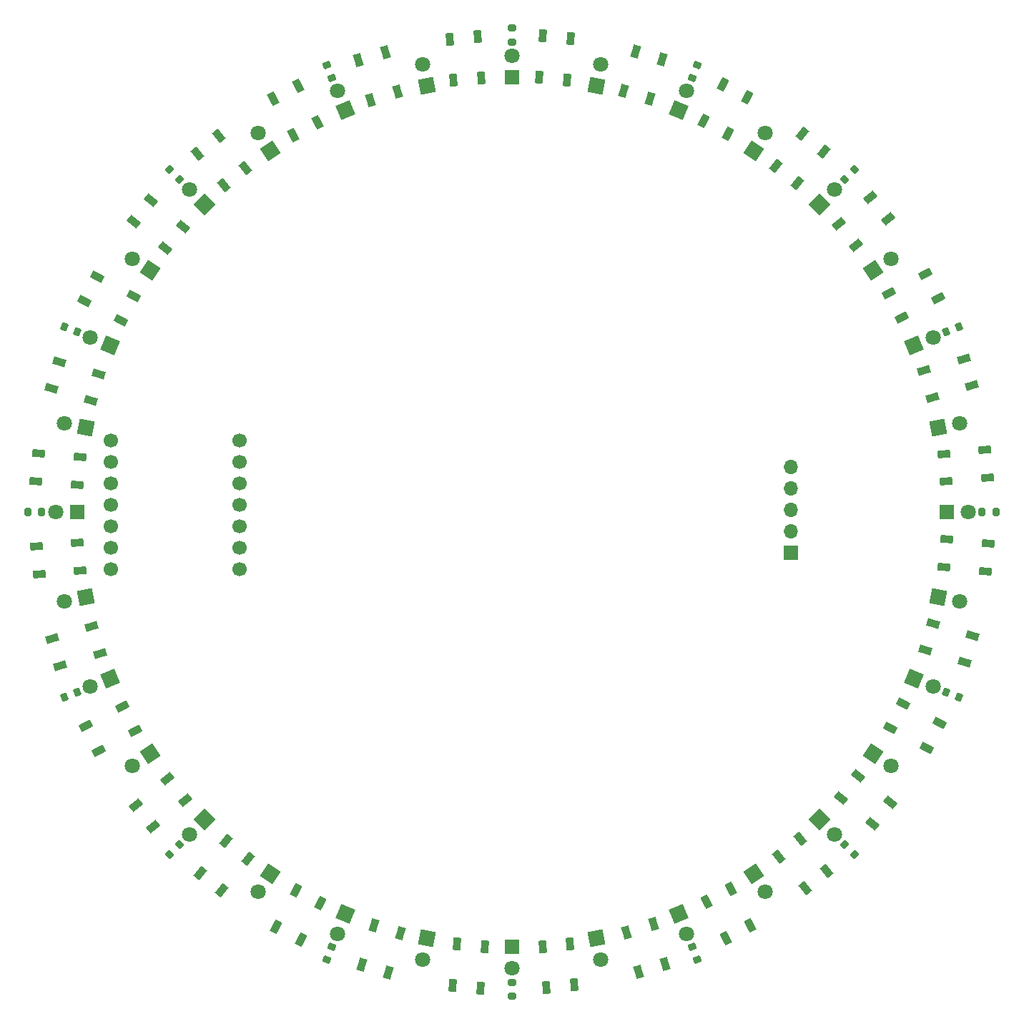
<source format=gbr>
%TF.GenerationSoftware,KiCad,Pcbnew,7.0.11*%
%TF.CreationDate,2025-03-06T22:37:58+09:00*%
%TF.ProjectId,Line_V2,4c696e65-5f56-4322-9e6b-696361645f70,rev?*%
%TF.SameCoordinates,Original*%
%TF.FileFunction,Soldermask,Bot*%
%TF.FilePolarity,Negative*%
%FSLAX46Y46*%
G04 Gerber Fmt 4.6, Leading zero omitted, Abs format (unit mm)*
G04 Created by KiCad (PCBNEW 7.0.11) date 2025-03-06 22:37:58*
%MOMM*%
%LPD*%
G01*
G04 APERTURE LIST*
G04 Aperture macros list*
%AMRoundRect*
0 Rectangle with rounded corners*
0 $1 Rounding radius*
0 $2 $3 $4 $5 $6 $7 $8 $9 X,Y pos of 4 corners*
0 Add a 4 corners polygon primitive as box body*
4,1,4,$2,$3,$4,$5,$6,$7,$8,$9,$2,$3,0*
0 Add four circle primitives for the rounded corners*
1,1,$1+$1,$2,$3*
1,1,$1+$1,$4,$5*
1,1,$1+$1,$6,$7*
1,1,$1+$1,$8,$9*
0 Add four rect primitives between the rounded corners*
20,1,$1+$1,$2,$3,$4,$5,0*
20,1,$1+$1,$4,$5,$6,$7,0*
20,1,$1+$1,$6,$7,$8,$9,0*
20,1,$1+$1,$8,$9,$2,$3,0*%
%AMRotRect*
0 Rectangle, with rotation*
0 The origin of the aperture is its center*
0 $1 length*
0 $2 width*
0 $3 Rotation angle, in degrees counterclockwise*
0 Add horizontal line*
21,1,$1,$2,0,0,$3*%
G04 Aperture macros list end*
%ADD10C,1.700000*%
%ADD11R,1.700000X1.700000*%
%ADD12O,1.700000X1.700000*%
%ADD13RotRect,1.800000X1.800000X33.750000*%
%ADD14C,1.800000*%
%ADD15RotRect,1.800000X1.800000X292.500000*%
%ADD16RotRect,1.800000X1.800000X168.750000*%
%ADD17RotRect,1.500000X0.900000X320.625000*%
%ADD18RotRect,1.500000X0.900000X106.875000*%
%ADD19RotRect,1.500000X0.900000X219.375000*%
%ADD20RotRect,1.500000X0.900000X264.375000*%
%ADD21RotRect,1.800000X1.800000X337.500000*%
%ADD22RoundRect,0.200000X-0.330604X0.079538X-0.177530X-0.290014X0.330604X-0.079538X0.177530X0.290014X0*%
%ADD23RoundRect,0.200000X-0.079538X-0.330604X0.290014X-0.177530X0.079538X0.330604X-0.290014X0.177530X0*%
%ADD24RotRect,1.800000X1.800000X123.750000*%
%ADD25RotRect,1.800000X1.800000X191.250000*%
%ADD26RotRect,1.500000X0.900000X331.875000*%
%ADD27RotRect,1.800000X1.800000X78.750000*%
%ADD28RotRect,1.500000X0.900000X298.125000*%
%ADD29RotRect,1.800000X1.800000X56.250000*%
%ADD30RoundRect,0.200000X0.079538X0.330604X-0.290014X0.177530X-0.079538X-0.330604X0.290014X-0.177530X0*%
%ADD31R,1.800000X1.800000*%
%ADD32RotRect,1.500000X0.900000X354.375000*%
%ADD33RotRect,1.800000X1.800000X112.500000*%
%ADD34RotRect,1.500000X0.900000X174.375000*%
%ADD35RoundRect,0.200000X-0.177530X0.290014X-0.330604X-0.079538X0.177530X-0.290014X0.330604X0.079538X0*%
%ADD36RotRect,1.800000X1.800000X258.750000*%
%ADD37RotRect,1.500000X0.900000X309.375000*%
%ADD38RotRect,1.800000X1.800000X348.750000*%
%ADD39RotRect,1.800000X1.800000X236.250000*%
%ADD40RotRect,1.800000X1.800000X22.500000*%
%ADD41RoundRect,0.200000X0.053033X-0.335876X0.335876X-0.053033X-0.053033X0.335876X-0.335876X0.053033X0*%
%ADD42RotRect,1.500000X0.900000X163.125000*%
%ADD43RoundRect,0.200000X0.275000X-0.200000X0.275000X0.200000X-0.275000X0.200000X-0.275000X-0.200000X0*%
%ADD44RotRect,1.500000X0.900000X118.125000*%
%ADD45RoundRect,0.200000X0.290014X0.177530X-0.079538X0.330604X-0.290014X-0.177530X0.079538X-0.330604X0*%
%ADD46RotRect,1.800000X1.800000X303.750000*%
%ADD47RotRect,1.500000X0.900000X129.375000*%
%ADD48RotRect,1.800000X1.800000X45.000000*%
%ADD49RotRect,1.500000X0.900000X50.625000*%
%ADD50RoundRect,0.200000X-0.290014X-0.177530X0.079538X-0.330604X0.290014X0.177530X-0.079538X0.330604X0*%
%ADD51RoundRect,0.200000X-0.053033X0.335876X-0.335876X0.053033X0.053033X-0.335876X0.335876X-0.053033X0*%
%ADD52RotRect,1.800000X1.800000X315.000000*%
%ADD53RoundRect,0.200000X0.200000X0.275000X-0.200000X0.275000X-0.200000X-0.275000X0.200000X-0.275000X0*%
%ADD54RotRect,1.500000X0.900000X28.125000*%
%ADD55RoundRect,0.200000X0.335876X0.053033X0.053033X0.335876X-0.335876X-0.053033X-0.053033X-0.335876X0*%
%ADD56RoundRect,0.200000X0.177530X-0.290014X0.330604X0.079538X-0.177530X0.290014X-0.330604X-0.079538X0*%
%ADD57RotRect,1.500000X0.900000X230.625000*%
%ADD58RotRect,1.500000X0.900000X241.875000*%
%ADD59RoundRect,0.200000X-0.335876X-0.053033X-0.053033X-0.335876X0.335876X0.053033X0.053033X0.335876X0*%
%ADD60RotRect,1.500000X0.900000X286.875000*%
%ADD61RotRect,1.500000X0.900000X5.625000*%
%ADD62RotRect,1.800000X1.800000X157.500000*%
%ADD63RotRect,1.800000X1.800000X11.250000*%
%ADD64RotRect,1.800000X1.800000X202.500000*%
%ADD65RotRect,1.500000X0.900000X39.375000*%
%ADD66RotRect,1.800000X1.800000X135.000000*%
%ADD67RotRect,1.500000X0.900000X275.625000*%
%ADD68RotRect,1.800000X1.800000X146.250000*%
%ADD69RotRect,1.800000X1.800000X326.250000*%
%ADD70RotRect,1.500000X0.900000X140.625000*%
%ADD71RotRect,1.500000X0.900000X95.625000*%
%ADD72RotRect,1.800000X1.800000X213.750000*%
%ADD73RotRect,1.500000X0.900000X196.875000*%
%ADD74RotRect,1.500000X0.900000X208.125000*%
%ADD75RotRect,1.800000X1.800000X67.500000*%
%ADD76RotRect,1.500000X0.900000X253.125000*%
%ADD77RotRect,1.500000X0.900000X151.875000*%
%ADD78RotRect,1.800000X1.800000X101.250000*%
%ADD79RoundRect,0.200000X-0.275000X0.200000X-0.275000X-0.200000X0.275000X-0.200000X0.275000X0.200000X0*%
%ADD80RotRect,1.500000X0.900000X73.125000*%
%ADD81RotRect,1.800000X1.800000X247.500000*%
%ADD82RoundRect,0.200000X-0.200000X-0.275000X0.200000X-0.275000X0.200000X0.275000X-0.200000X0.275000X0*%
%ADD83RotRect,1.500000X0.900000X185.625000*%
%ADD84RotRect,1.800000X1.800000X281.250000*%
%ADD85RotRect,1.800000X1.800000X225.000000*%
%ADD86RotRect,1.500000X0.900000X61.875000*%
%ADD87RotRect,1.500000X0.900000X84.375000*%
%ADD88RotRect,1.500000X0.900000X16.875000*%
%ADD89RoundRect,0.200000X0.330604X-0.079538X0.177530X0.290014X-0.330604X0.079538X-0.177530X-0.290014X0*%
%ADD90RotRect,1.500000X0.900000X343.125000*%
G04 APERTURE END LIST*
D10*
%TO.C,U2*%
X67768400Y-106789800D03*
X67768400Y-104249800D03*
X67768400Y-101709800D03*
X67768400Y-99169800D03*
X67768400Y-96629800D03*
X67768400Y-94089800D03*
X67768400Y-91549800D03*
X52528400Y-91549800D03*
X52528400Y-94089800D03*
X52528400Y-96629800D03*
X52528400Y-99169800D03*
X52528400Y-101709800D03*
X52528400Y-104249800D03*
X52528400Y-106789800D03*
%TD*%
D11*
%TO.C,J1*%
X133000000Y-104825000D03*
D12*
X133000000Y-102285000D03*
X133000000Y-99745000D03*
X133000000Y-97205000D03*
X133000000Y-94665000D03*
%TD*%
D13*
%TO.C,Q6*%
X142799898Y-71402023D03*
D14*
X144911831Y-69990875D03*
%TD*%
D15*
%TO.C,Q15*%
X119698629Y-147556699D03*
D14*
X120670645Y-149903353D03*
%TD*%
D16*
%TO.C,Q26*%
X49514078Y-89957726D03*
D14*
X47022883Y-89462197D03*
%TD*%
D17*
%TO.C,D16*%
X55189933Y-65618572D03*
X57283431Y-63067637D03*
X61071183Y-66176164D03*
X58977685Y-68727099D03*
%TD*%
D18*
%TO.C,D26*%
X118156911Y-153482253D03*
X114999008Y-154440193D03*
X113576613Y-149751185D03*
X116734516Y-148793245D03*
%TD*%
D19*
%TO.C,D17*%
X142462812Y-62758429D03*
X144556310Y-65309364D03*
X140768558Y-68417891D03*
X138675060Y-65866956D03*
%TD*%
D20*
%TO.C,D1*%
X103691976Y-43640490D03*
X106976086Y-43963947D03*
X106495802Y-48840352D03*
X103211692Y-48516895D03*
%TD*%
D21*
%TO.C,Q11*%
X147556699Y-119698629D03*
D14*
X149903353Y-120670645D03*
%TD*%
D22*
%TO.C,R8*%
X121305900Y-151436992D03*
X121937328Y-152961394D03*
%TD*%
D23*
%TO.C,R4*%
X151436992Y-78694100D03*
X152961394Y-78062672D03*
%TD*%
D24*
%TO.C,Q30*%
X71402023Y-57200102D03*
D14*
X69990875Y-55088169D03*
%TD*%
D25*
%TO.C,Q24*%
X49528789Y-110039347D03*
D14*
X47037594Y-110534876D03*
%TD*%
D26*
%TO.C,D12*%
X49343461Y-75021212D03*
X50899071Y-72110872D03*
X55220485Y-74420716D03*
X53664875Y-77331056D03*
%TD*%
D27*
%TO.C,Q2*%
X110042274Y-49514077D03*
D14*
X110537803Y-47022882D03*
%TD*%
D28*
%TO.C,D24*%
X71758099Y-51087633D03*
X74668439Y-49532023D03*
X76978283Y-53853437D03*
X74067943Y-55409047D03*
%TD*%
D29*
%TO.C,Q4*%
X128597977Y-57200102D03*
D14*
X130009125Y-55088169D03*
%TD*%
D30*
%TO.C,R12*%
X48563008Y-121305900D03*
X47038606Y-121937328D03*
%TD*%
D31*
%TO.C,Q17*%
X100000000Y-151475000D03*
D14*
X100000000Y-154015000D03*
%TD*%
D32*
%TO.C,D4*%
X43640493Y-96308028D03*
X43963950Y-93023918D03*
X48840355Y-93504202D03*
X48516898Y-96788312D03*
%TD*%
D33*
%TO.C,Q31*%
X80301371Y-52443301D03*
D14*
X79329355Y-50096647D03*
%TD*%
D34*
%TO.C,D2*%
X156359510Y-103691978D03*
X156036053Y-106976088D03*
X151159648Y-106495804D03*
X151483105Y-103211694D03*
%TD*%
D35*
%TO.C,R10*%
X78694100Y-151436992D03*
X78062672Y-152961394D03*
%TD*%
D36*
%TO.C,Q18*%
X89957726Y-150485922D03*
D14*
X89462197Y-152977117D03*
%TD*%
D37*
%TO.C,D20*%
X62758430Y-57537191D03*
X65309365Y-55443693D03*
X68417892Y-59231445D03*
X65866957Y-61324943D03*
%TD*%
D38*
%TO.C,Q10*%
X150485922Y-110042274D03*
D14*
X152977117Y-110537803D03*
%TD*%
D39*
%TO.C,Q20*%
X71402023Y-142799898D03*
D14*
X69990875Y-144911831D03*
%TD*%
D40*
%TO.C,Q7*%
X147556699Y-80301371D03*
D14*
X149903353Y-79329355D03*
%TD*%
D41*
%TO.C,R3*%
X139368170Y-60631830D03*
X140534896Y-59465104D03*
%TD*%
D42*
%TO.C,D6*%
X154556308Y-114616229D03*
X153598368Y-117774132D03*
X148909360Y-116351737D03*
X149867300Y-113193834D03*
%TD*%
D43*
%TO.C,R1*%
X100000000Y-44325000D03*
X100000000Y-42675000D03*
%TD*%
D44*
%TO.C,D22*%
X128241901Y-148912369D03*
X125331561Y-150467979D03*
X123021717Y-146146565D03*
X125932057Y-144590955D03*
%TD*%
D45*
%TO.C,R14*%
X48563008Y-78694100D03*
X47038606Y-78062672D03*
%TD*%
D46*
%TO.C,Q14*%
X128597977Y-142799898D03*
D14*
X130009125Y-144911831D03*
%TD*%
D47*
%TO.C,D18*%
X137241571Y-142462811D03*
X134690636Y-144556309D03*
X131582109Y-140768557D03*
X134133044Y-138675059D03*
%TD*%
D48*
%TO.C,Q5*%
X136398321Y-63601679D03*
D14*
X138194372Y-61805628D03*
%TD*%
D49*
%TO.C,D15*%
X65618571Y-144810068D03*
X63067636Y-142716570D03*
X66176163Y-138928818D03*
X68727098Y-141022316D03*
%TD*%
D50*
%TO.C,R6*%
X151436992Y-121305900D03*
X152961394Y-121937328D03*
%TD*%
D51*
%TO.C,R11*%
X60631830Y-139368170D03*
X59465104Y-140534896D03*
%TD*%
D52*
%TO.C,Q13*%
X136398321Y-136398321D03*
D14*
X138194372Y-138194372D03*
%TD*%
D53*
%TO.C,R13*%
X44325000Y-100000000D03*
X42675000Y-100000000D03*
%TD*%
D54*
%TO.C,D23*%
X51087632Y-128241902D03*
X49532022Y-125331562D03*
X53853436Y-123021718D03*
X55409046Y-125932058D03*
%TD*%
D55*
%TO.C,R15*%
X60631830Y-60631830D03*
X59465104Y-59465104D03*
%TD*%
D56*
%TO.C,R2*%
X121305900Y-48563008D03*
X121937328Y-47038606D03*
%TD*%
D57*
%TO.C,D13*%
X134381431Y-55189932D03*
X136932366Y-57283430D03*
X133823839Y-61071182D03*
X131272904Y-58977684D03*
%TD*%
D58*
%TO.C,D9*%
X124978791Y-49343461D03*
X127889131Y-50899071D03*
X125579287Y-55220485D03*
X122668947Y-53664875D03*
%TD*%
D59*
%TO.C,R7*%
X139368170Y-139368170D03*
X140534896Y-140534896D03*
%TD*%
D31*
%TO.C,Q25*%
X48525000Y-100000000D03*
D14*
X45985000Y-100000000D03*
%TD*%
D60*
%TO.C,D28*%
X81843088Y-46517749D03*
X85000991Y-45559809D03*
X86423386Y-50248817D03*
X83265483Y-51206757D03*
%TD*%
D61*
%TO.C,D31*%
X44003157Y-107374162D03*
X43679700Y-104090052D03*
X48556105Y-103609768D03*
X48879562Y-106893878D03*
%TD*%
D62*
%TO.C,Q27*%
X52443301Y-80301371D03*
D14*
X50096647Y-79329355D03*
%TD*%
D63*
%TO.C,Q8*%
X150485922Y-89957726D03*
D14*
X152977117Y-89462197D03*
%TD*%
D31*
%TO.C,Q9*%
X151475000Y-100000000D03*
D14*
X154015000Y-100000000D03*
%TD*%
D64*
%TO.C,Q23*%
X52443301Y-119698629D03*
D14*
X50096647Y-120670645D03*
%TD*%
D65*
%TO.C,D19*%
X57537190Y-137241571D03*
X55443692Y-134690636D03*
X59231444Y-131582109D03*
X61324942Y-134133044D03*
%TD*%
D66*
%TO.C,Q29*%
X63601679Y-63601679D03*
D14*
X61805628Y-61805628D03*
%TD*%
D67*
%TO.C,D32*%
X92625838Y-44003158D03*
X95909948Y-43679701D03*
X96390232Y-48556106D03*
X93106122Y-48879563D03*
%TD*%
D68*
%TO.C,Q28*%
X57200102Y-71402023D03*
D14*
X55088169Y-69990875D03*
%TD*%
D69*
%TO.C,Q12*%
X142799898Y-128597977D03*
D14*
X144911831Y-130009125D03*
%TD*%
D70*
%TO.C,D14*%
X144810068Y-134381430D03*
X142716570Y-136932365D03*
X138928818Y-133823838D03*
X141022316Y-131272903D03*
%TD*%
D71*
%TO.C,D30*%
X107374161Y-155996844D03*
X104090051Y-156320301D03*
X103609767Y-151443896D03*
X106893877Y-151120439D03*
%TD*%
D72*
%TO.C,Q22*%
X57200102Y-128597977D03*
D14*
X55088169Y-130009125D03*
%TD*%
D73*
%TO.C,D25*%
X153482254Y-81843090D03*
X154440194Y-85000993D03*
X149751186Y-86423388D03*
X148793246Y-83265485D03*
%TD*%
D74*
%TO.C,D21*%
X148912370Y-71758099D03*
X150467980Y-74668439D03*
X146146566Y-76978283D03*
X144590956Y-74067943D03*
%TD*%
D75*
%TO.C,Q3*%
X119698629Y-52443301D03*
D14*
X120670645Y-50096647D03*
%TD*%
D76*
%TO.C,D5*%
X114616230Y-45443691D03*
X117774133Y-46401631D03*
X116351738Y-51090639D03*
X113193835Y-50132699D03*
%TD*%
D77*
%TO.C,D10*%
X150656539Y-124978790D03*
X149100929Y-127889130D03*
X144779515Y-125579286D03*
X146335125Y-122668946D03*
%TD*%
D78*
%TO.C,Q32*%
X89957726Y-49514078D03*
D14*
X89462197Y-47022883D03*
%TD*%
D79*
%TO.C,R9*%
X100000000Y-155675000D03*
X100000000Y-157325000D03*
%TD*%
D80*
%TO.C,D7*%
X85383772Y-154556308D03*
X82225869Y-153598368D03*
X83648264Y-148909360D03*
X86806167Y-149867300D03*
%TD*%
D31*
%TO.C,Q1*%
X100000000Y-48525000D03*
D14*
X100000000Y-45985000D03*
%TD*%
D81*
%TO.C,Q19*%
X80301371Y-147556699D03*
D14*
X79329355Y-149903353D03*
%TD*%
D82*
%TO.C,R5*%
X155675000Y-100000000D03*
X157325000Y-100000000D03*
%TD*%
D83*
%TO.C,D29*%
X155996845Y-92625840D03*
X156320302Y-95909950D03*
X151443897Y-96390234D03*
X151120440Y-93106124D03*
%TD*%
D84*
%TO.C,Q16*%
X110042274Y-150485922D03*
D14*
X110537803Y-152977117D03*
%TD*%
D85*
%TO.C,Q21*%
X63601679Y-136398321D03*
D14*
X61805628Y-138194372D03*
%TD*%
D86*
%TO.C,D11*%
X75021211Y-150656539D03*
X72110871Y-149100929D03*
X74420715Y-144779515D03*
X77331055Y-146335125D03*
%TD*%
D87*
%TO.C,D3*%
X96308027Y-156359508D03*
X93023917Y-156036051D03*
X93504201Y-151159646D03*
X96788311Y-151483103D03*
%TD*%
D88*
%TO.C,D27*%
X46517748Y-118156912D03*
X45559808Y-114999009D03*
X50248816Y-113576614D03*
X51206756Y-116734517D03*
%TD*%
D89*
%TO.C,R16*%
X78694100Y-48563008D03*
X78062672Y-47038606D03*
%TD*%
D90*
%TO.C,D8*%
X45443693Y-85383773D03*
X46401633Y-82225870D03*
X51090641Y-83648265D03*
X50132701Y-86806168D03*
%TD*%
M02*

</source>
